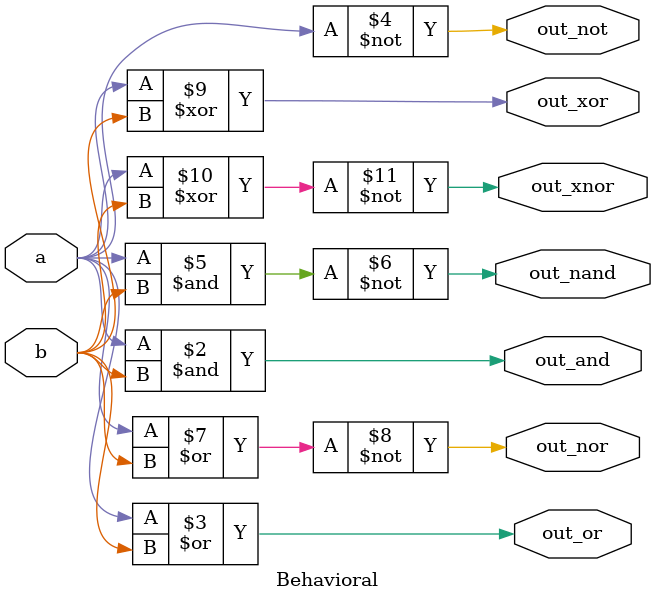
<source format=v>
module Behavioral(
  input a,b,
  output  reg out_and,out_or,out_not,out_nand,out_nor,out_xor,out_xnor
);
  always @(*)
    begin
  out_and=a&b;
  out_or=a|b;
  out_not=~a;
  out_nand=~(a&b);
  out_nor=~(a|b);
  out_xor=a^b;
  out_xnor=~(a^b);
    end
  
endmodule

</source>
